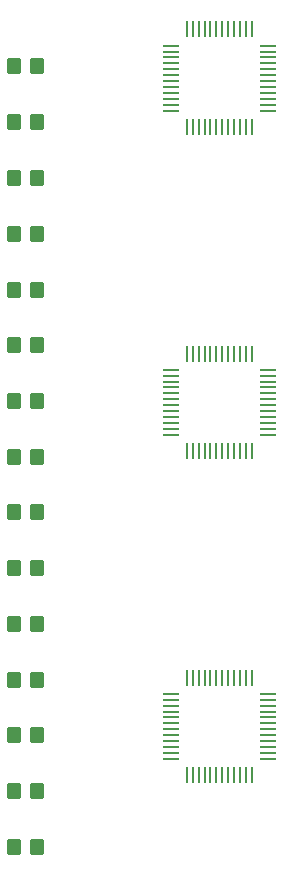
<source format=gbr>
%TF.GenerationSoftware,KiCad,Pcbnew,8.0.5*%
%TF.CreationDate,2025-02-05T22:29:23-08:00*%
%TF.ProjectId,Observatory,4f627365-7276-4617-946f-72792e6b6963,rev?*%
%TF.SameCoordinates,Original*%
%TF.FileFunction,Paste,Bot*%
%TF.FilePolarity,Positive*%
%FSLAX46Y46*%
G04 Gerber Fmt 4.6, Leading zero omitted, Abs format (unit mm)*
G04 Created by KiCad (PCBNEW 8.0.5) date 2025-02-05 22:29:23*
%MOMM*%
%LPD*%
G01*
G04 APERTURE LIST*
G04 Aperture macros list*
%AMRoundRect*
0 Rectangle with rounded corners*
0 $1 Rounding radius*
0 $2 $3 $4 $5 $6 $7 $8 $9 X,Y pos of 4 corners*
0 Add a 4 corners polygon primitive as box body*
4,1,4,$2,$3,$4,$5,$6,$7,$8,$9,$2,$3,0*
0 Add four circle primitives for the rounded corners*
1,1,$1+$1,$2,$3*
1,1,$1+$1,$4,$5*
1,1,$1+$1,$6,$7*
1,1,$1+$1,$8,$9*
0 Add four rect primitives between the rounded corners*
20,1,$1+$1,$2,$3,$4,$5,0*
20,1,$1+$1,$4,$5,$6,$7,0*
20,1,$1+$1,$6,$7,$8,$9,0*
20,1,$1+$1,$8,$9,$2,$3,0*%
G04 Aperture macros list end*
%ADD10R,0.279400X1.473200*%
%ADD11R,1.473200X0.279400*%
%ADD12RoundRect,0.250000X0.350000X0.450000X-0.350000X0.450000X-0.350000X-0.450000X0.350000X-0.450000X0*%
G04 APERTURE END LIST*
D10*
%TO.C,U4*%
X80450000Y-77272200D03*
X79950001Y-77272200D03*
X79449999Y-77272200D03*
X78950000Y-77272200D03*
X78450001Y-77272200D03*
X77950000Y-77272200D03*
X77450000Y-77272200D03*
X76949999Y-77272200D03*
X76450000Y-77272200D03*
X75950001Y-77272200D03*
X75449999Y-77272200D03*
X74950000Y-77272200D03*
D11*
X73585200Y-75907400D03*
X73585200Y-75407401D03*
X73585200Y-74907399D03*
X73585200Y-74407400D03*
X73585200Y-73907401D03*
X73585200Y-73407400D03*
X73585200Y-72907400D03*
X73585200Y-72407399D03*
X73585200Y-71907400D03*
X73585200Y-71407401D03*
X73585200Y-70907399D03*
X73585200Y-70407400D03*
D10*
X74950000Y-69042600D03*
X75449999Y-69042600D03*
X75950001Y-69042600D03*
X76450000Y-69042600D03*
X76949999Y-69042600D03*
X77450000Y-69042600D03*
X77950000Y-69042600D03*
X78450001Y-69042600D03*
X78950000Y-69042600D03*
X79449999Y-69042600D03*
X79950001Y-69042600D03*
X80450000Y-69042600D03*
D11*
X81814800Y-70407400D03*
X81814800Y-70907399D03*
X81814800Y-71407401D03*
X81814800Y-71907400D03*
X81814800Y-72407399D03*
X81814800Y-72907400D03*
X81814800Y-73407400D03*
X81814800Y-73907401D03*
X81814800Y-74407400D03*
X81814800Y-74907399D03*
X81814800Y-75407401D03*
X81814800Y-75907400D03*
%TD*%
D10*
%TO.C,U3*%
X80450000Y-49829600D03*
X79950001Y-49829600D03*
X79449999Y-49829600D03*
X78950000Y-49829600D03*
X78450001Y-49829600D03*
X77950000Y-49829600D03*
X77450000Y-49829600D03*
X76949999Y-49829600D03*
X76450000Y-49829600D03*
X75950001Y-49829600D03*
X75449999Y-49829600D03*
X74950000Y-49829600D03*
D11*
X73585200Y-48464800D03*
X73585200Y-47964801D03*
X73585200Y-47464799D03*
X73585200Y-46964800D03*
X73585200Y-46464801D03*
X73585200Y-45964800D03*
X73585200Y-45464800D03*
X73585200Y-44964799D03*
X73585200Y-44464800D03*
X73585200Y-43964801D03*
X73585200Y-43464799D03*
X73585200Y-42964800D03*
D10*
X74950000Y-41600000D03*
X75449999Y-41600000D03*
X75950001Y-41600000D03*
X76450000Y-41600000D03*
X76949999Y-41600000D03*
X77450000Y-41600000D03*
X77950000Y-41600000D03*
X78450001Y-41600000D03*
X78950000Y-41600000D03*
X79449999Y-41600000D03*
X79950001Y-41600000D03*
X80450000Y-41600000D03*
D11*
X81814800Y-42964800D03*
X81814800Y-43464799D03*
X81814800Y-43964801D03*
X81814800Y-44464800D03*
X81814800Y-44964799D03*
X81814800Y-45464800D03*
X81814800Y-45964800D03*
X81814800Y-46464801D03*
X81814800Y-46964800D03*
X81814800Y-47464799D03*
X81814800Y-47964801D03*
X81814800Y-48464800D03*
%TD*%
D10*
%TO.C,U2*%
X80450000Y-104714800D03*
X79950001Y-104714800D03*
X79449999Y-104714800D03*
X78950000Y-104714800D03*
X78450001Y-104714800D03*
X77950000Y-104714800D03*
X77450000Y-104714800D03*
X76949999Y-104714800D03*
X76450000Y-104714800D03*
X75950001Y-104714800D03*
X75449999Y-104714800D03*
X74950000Y-104714800D03*
D11*
X73585200Y-103350000D03*
X73585200Y-102850001D03*
X73585200Y-102349999D03*
X73585200Y-101850000D03*
X73585200Y-101350001D03*
X73585200Y-100850000D03*
X73585200Y-100350000D03*
X73585200Y-99849999D03*
X73585200Y-99350000D03*
X73585200Y-98850001D03*
X73585200Y-98349999D03*
X73585200Y-97850000D03*
D10*
X74950000Y-96485200D03*
X75449999Y-96485200D03*
X75950001Y-96485200D03*
X76450000Y-96485200D03*
X76949999Y-96485200D03*
X77450000Y-96485200D03*
X77950000Y-96485200D03*
X78450001Y-96485200D03*
X78950000Y-96485200D03*
X79449999Y-96485200D03*
X79950001Y-96485200D03*
X80450000Y-96485200D03*
D11*
X81814800Y-97850000D03*
X81814800Y-98349999D03*
X81814800Y-98850001D03*
X81814800Y-99350000D03*
X81814800Y-99849999D03*
X81814800Y-100350000D03*
X81814800Y-100850000D03*
X81814800Y-101350001D03*
X81814800Y-101850000D03*
X81814800Y-102349999D03*
X81814800Y-102850001D03*
X81814800Y-103350000D03*
%TD*%
D12*
%TO.C,R2*%
X62300000Y-110804700D03*
X60300000Y-110804700D03*
%TD*%
%TO.C,R4*%
X62300000Y-101361800D03*
X60300000Y-101361800D03*
%TD*%
%TO.C,R12*%
X62300000Y-63618900D03*
X60300000Y-63618900D03*
%TD*%
%TO.C,R7*%
X62300000Y-87211800D03*
X60300000Y-87211800D03*
%TD*%
%TO.C,R14*%
X62300000Y-54176100D03*
X60300000Y-54176100D03*
%TD*%
%TO.C,R6*%
X62300000Y-91918900D03*
X60300000Y-91918900D03*
%TD*%
%TO.C,R16*%
X62300000Y-44733200D03*
X60300000Y-44733200D03*
%TD*%
%TO.C,R9*%
X62300000Y-77768900D03*
X60300000Y-77768900D03*
%TD*%
%TO.C,R13*%
X62300000Y-58897500D03*
X60300000Y-58897500D03*
%TD*%
%TO.C,R3*%
X62300000Y-106083200D03*
X60300000Y-106083200D03*
%TD*%
%TO.C,R5*%
X62300000Y-96640400D03*
X60300000Y-96640400D03*
%TD*%
%TO.C,R8*%
X62300000Y-82490400D03*
X60300000Y-82490400D03*
%TD*%
%TO.C,R10*%
X62300000Y-73047500D03*
X60300000Y-73047500D03*
%TD*%
%TO.C,R15*%
X62300000Y-49454700D03*
X60300000Y-49454700D03*
%TD*%
%TO.C,R11*%
X62300000Y-68326100D03*
X60300000Y-68326100D03*
%TD*%
M02*

</source>
